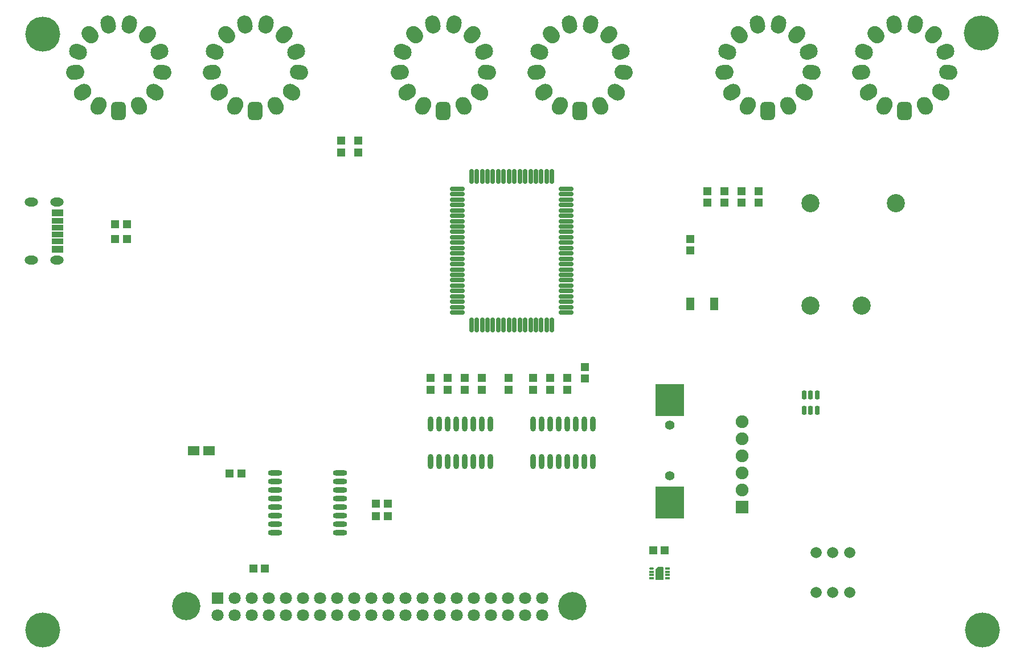
<source format=gts>
G04*
G04 #@! TF.GenerationSoftware,Altium Limited,Altium Designer,20.0.9 (164)*
G04*
G04 Layer_Color=8388736*
%FSLAX25Y25*%
%MOIN*%
G70*
G01*
G75*
%ADD34R,0.04737X0.05131*%
%ADD35R,0.05131X0.04737*%
%ADD36R,0.04540X0.07296*%
%ADD37C,0.01181*%
G04:AMPARAMS|DCode=38|XSize=13.78mil|YSize=25.59mil|CornerRadius=2.95mil|HoleSize=0mil|Usage=FLASHONLY|Rotation=90.000|XOffset=0mil|YOffset=0mil|HoleType=Round|Shape=RoundedRectangle|*
%AMROUNDEDRECTD38*
21,1,0.01378,0.01968,0,0,90.0*
21,1,0.00787,0.02559,0,0,90.0*
1,1,0.00591,0.00984,0.00394*
1,1,0.00591,0.00984,-0.00394*
1,1,0.00591,-0.00984,-0.00394*
1,1,0.00591,-0.00984,0.00394*
%
%ADD38ROUNDEDRECTD38*%
G04:AMPARAMS|DCode=39|XSize=13.78mil|YSize=25.59mil|CornerRadius=4.43mil|HoleSize=0mil|Usage=FLASHONLY|Rotation=90.000|XOffset=0mil|YOffset=0mil|HoleType=Round|Shape=RoundedRectangle|*
%AMROUNDEDRECTD39*
21,1,0.01378,0.01673,0,0,90.0*
21,1,0.00492,0.02559,0,0,90.0*
1,1,0.00886,0.00837,0.00246*
1,1,0.00886,0.00837,-0.00246*
1,1,0.00886,-0.00837,-0.00246*
1,1,0.00886,-0.00837,0.00246*
%
%ADD39ROUNDEDRECTD39*%
%ADD40R,0.16548X0.18517*%
%ADD41O,0.03200X0.08800*%
G04:AMPARAMS|DCode=42|XSize=51.7mil|YSize=29.65mil|CornerRadius=9.41mil|HoleSize=0mil|Usage=FLASHONLY|Rotation=270.000|XOffset=0mil|YOffset=0mil|HoleType=Round|Shape=RoundedRectangle|*
%AMROUNDEDRECTD42*
21,1,0.05170,0.01083,0,0,270.0*
21,1,0.03287,0.02965,0,0,270.0*
1,1,0.01883,-0.00541,-0.01644*
1,1,0.01883,-0.00541,0.01644*
1,1,0.01883,0.00541,0.01644*
1,1,0.01883,0.00541,-0.01644*
%
%ADD42ROUNDEDRECTD42*%
%ADD43R,0.06706X0.03950*%
%ADD44R,0.06706X0.03792*%
%ADD45R,0.06706X0.03556*%
%ADD46R,0.06800X0.05800*%
%ADD47O,0.08280X0.03162*%
%ADD48O,0.02965X0.08871*%
%ADD49O,0.08871X0.02965*%
%ADD50C,0.16548*%
%ADD51C,0.20485*%
G04:AMPARAMS|DCode=52|XSize=86.74mil|YSize=106.42mil|CornerRadius=0mil|HoleSize=0mil|Usage=FLASHONLY|Rotation=83.076|XOffset=0mil|YOffset=0mil|HoleType=Round|Shape=Round|*
%AMOVALD52*
21,1,0.01968,0.08674,0.00000,0.00000,173.1*
1,1,0.08674,0.00977,-0.00119*
1,1,0.08674,-0.00977,0.00119*
%
%ADD52OVALD52*%

G04:AMPARAMS|DCode=53|XSize=86.74mil|YSize=106.42mil|CornerRadius=0mil|HoleSize=0mil|Usage=FLASHONLY|Rotation=55.384|XOffset=0mil|YOffset=0mil|HoleType=Round|Shape=Round|*
%AMOVALD53*
21,1,0.01968,0.08674,0.00000,0.00000,145.4*
1,1,0.08674,0.00810,-0.00559*
1,1,0.08674,-0.00810,0.00559*
%
%ADD53OVALD53*%

G04:AMPARAMS|DCode=54|XSize=86.74mil|YSize=106.42mil|CornerRadius=0mil|HoleSize=0mil|Usage=FLASHONLY|Rotation=110.768|XOffset=0mil|YOffset=0mil|HoleType=Round|Shape=Round|*
%AMOVALD54*
21,1,0.01968,0.08674,0.00000,0.00000,200.8*
1,1,0.08674,0.00920,0.00349*
1,1,0.08674,-0.00920,-0.00349*
%
%ADD54OVALD54*%

G04:AMPARAMS|DCode=55|XSize=86.74mil|YSize=106.42mil|CornerRadius=0mil|HoleSize=0mil|Usage=FLASHONLY|Rotation=138.460|XOffset=0mil|YOffset=0mil|HoleType=Round|Shape=Round|*
%AMOVALD55*
21,1,0.01968,0.08674,0.00000,0.00000,228.5*
1,1,0.08674,0.00653,0.00737*
1,1,0.08674,-0.00653,-0.00737*
%
%ADD55OVALD55*%

G04:AMPARAMS|DCode=56|XSize=86.74mil|YSize=106.42mil|CornerRadius=0mil|HoleSize=0mil|Usage=FLASHONLY|Rotation=166.152|XOffset=0mil|YOffset=0mil|HoleType=Round|Shape=Round|*
%AMOVALD56*
21,1,0.01968,0.08674,0.00000,0.00000,256.2*
1,1,0.08674,0.00236,0.00956*
1,1,0.08674,-0.00236,-0.00956*
%
%ADD56OVALD56*%

G04:AMPARAMS|DCode=57|XSize=86.74mil|YSize=106.42mil|CornerRadius=0mil|HoleSize=0mil|Usage=FLASHONLY|Rotation=193.848|XOffset=0mil|YOffset=0mil|HoleType=Round|Shape=Round|*
%AMOVALD57*
21,1,0.01968,0.08674,0.00000,0.00000,283.8*
1,1,0.08674,-0.00236,0.00956*
1,1,0.08674,0.00236,-0.00956*
%
%ADD57OVALD57*%

G04:AMPARAMS|DCode=58|XSize=86.74mil|YSize=106.42mil|CornerRadius=0mil|HoleSize=0mil|Usage=FLASHONLY|Rotation=221.540|XOffset=0mil|YOffset=0mil|HoleType=Round|Shape=Round|*
%AMOVALD58*
21,1,0.01968,0.08674,0.00000,0.00000,311.5*
1,1,0.08674,-0.00653,0.00737*
1,1,0.08674,0.00653,-0.00737*
%
%ADD58OVALD58*%

G04:AMPARAMS|DCode=59|XSize=86.74mil|YSize=106.42mil|CornerRadius=0mil|HoleSize=0mil|Usage=FLASHONLY|Rotation=249.232|XOffset=0mil|YOffset=0mil|HoleType=Round|Shape=Round|*
%AMOVALD59*
21,1,0.01968,0.08674,0.00000,0.00000,339.2*
1,1,0.08674,-0.00920,0.00349*
1,1,0.08674,0.00920,-0.00349*
%
%ADD59OVALD59*%

G04:AMPARAMS|DCode=60|XSize=86.74mil|YSize=106.42mil|CornerRadius=0mil|HoleSize=0mil|Usage=FLASHONLY|Rotation=276.924|XOffset=0mil|YOffset=0mil|HoleType=Round|Shape=Round|*
%AMOVALD60*
21,1,0.01968,0.08674,0.00000,0.00000,6.9*
1,1,0.08674,-0.00977,-0.00119*
1,1,0.08674,0.00977,0.00119*
%
%ADD60OVALD60*%

G04:AMPARAMS|DCode=61|XSize=86.74mil|YSize=106.42mil|CornerRadius=0mil|HoleSize=0mil|Usage=FLASHONLY|Rotation=304.616|XOffset=0mil|YOffset=0mil|HoleType=Round|Shape=Round|*
%AMOVALD61*
21,1,0.01968,0.08674,0.00000,0.00000,34.6*
1,1,0.08674,-0.00810,-0.00559*
1,1,0.08674,0.00810,0.00559*
%
%ADD61OVALD61*%

G04:AMPARAMS|DCode=62|XSize=86.74mil|YSize=106.42mil|CornerRadius=0mil|HoleSize=0mil|Usage=FLASHONLY|Rotation=332.308|XOffset=0mil|YOffset=0mil|HoleType=Round|Shape=Round|*
%AMOVALD62*
21,1,0.01968,0.08674,0.00000,0.00000,62.3*
1,1,0.08674,-0.00457,-0.00872*
1,1,0.08674,0.00457,0.00872*
%
%ADD62OVALD62*%

G04:AMPARAMS|DCode=63|XSize=86.74mil|YSize=106.42mil|CornerRadius=0mil|HoleSize=0mil|Usage=FLASHONLY|Rotation=27.692|XOffset=0mil|YOffset=0mil|HoleType=Round|Shape=Round|*
%AMOVALD63*
21,1,0.01968,0.08674,0.00000,0.00000,117.7*
1,1,0.08674,0.00457,-0.00872*
1,1,0.08674,-0.00457,0.00872*
%
%ADD63OVALD63*%

G04:AMPARAMS|DCode=64|XSize=86.74mil|YSize=106.42mil|CornerRadius=23.68mil|HoleSize=0mil|Usage=FLASHONLY|Rotation=0.000|XOffset=0mil|YOffset=0mil|HoleType=Round|Shape=RoundedRectangle|*
%AMROUNDEDRECTD64*
21,1,0.08674,0.05906,0,0,0.0*
21,1,0.03937,0.10642,0,0,0.0*
1,1,0.04737,0.01968,-0.02953*
1,1,0.04737,-0.01968,-0.02953*
1,1,0.04737,-0.01968,0.02953*
1,1,0.04737,0.01968,0.02953*
%
%ADD64ROUNDEDRECTD64*%
%ADD65C,0.05524*%
%ADD66C,0.06540*%
%ADD67R,0.07099X0.07099*%
%ADD68C,0.07099*%
%ADD69C,0.10642*%
%ADD70O,0.07887X0.05131*%
%ADD71R,0.07493X0.07493*%
%ADD72C,0.07493*%
%ADD73C,0.03800*%
G36*
X88521Y-152756D02*
X88572Y-152766D01*
X88622Y-152783D01*
X88669Y-152806D01*
X88713Y-152836D01*
X88752Y-152870D01*
X88787Y-152910D01*
X88816Y-152953D01*
X88839Y-153000D01*
X88856Y-153050D01*
X88866Y-153101D01*
X88869Y-153154D01*
Y-159846D01*
X88866Y-159899D01*
X88856Y-159950D01*
X88839Y-160000D01*
X88816Y-160047D01*
X88787Y-160090D01*
X88752Y-160130D01*
X88713Y-160164D01*
X88669Y-160194D01*
X88622Y-160217D01*
X88572Y-160234D01*
X88521Y-160244D01*
X88468Y-160247D01*
X84531D01*
X84479Y-160244D01*
X84428Y-160234D01*
X84378Y-160217D01*
X84331Y-160194D01*
X84288Y-160164D01*
X84248Y-160130D01*
X84214Y-160090D01*
X84184Y-160047D01*
X84161Y-160000D01*
X84144Y-159950D01*
X84134Y-159899D01*
X84131Y-159846D01*
Y-154335D01*
X84134Y-154282D01*
X84144Y-154231D01*
X84161Y-154181D01*
X84184Y-154134D01*
X84214Y-154091D01*
X84248Y-154051D01*
X85429Y-152870D01*
X85469Y-152836D01*
X85512Y-152806D01*
X85559Y-152783D01*
X85609Y-152766D01*
X85660Y-152756D01*
X85713Y-152753D01*
X85713D01*
D01*
X88468D01*
X88521Y-152756D01*
D02*
G37*
D34*
X144500Y60654D02*
D03*
Y67347D02*
D03*
X134500Y60807D02*
D03*
Y67500D02*
D03*
X124500Y60807D02*
D03*
Y67500D02*
D03*
X114500Y60807D02*
D03*
Y67500D02*
D03*
X-89900Y96846D02*
D03*
Y90153D02*
D03*
X-99900Y96846D02*
D03*
Y90153D02*
D03*
X104500Y39500D02*
D03*
Y32807D02*
D03*
X-1900Y-48846D02*
D03*
Y-42153D02*
D03*
X42900Y-35654D02*
D03*
Y-42347D02*
D03*
X32600Y-48846D02*
D03*
Y-42153D02*
D03*
X22600Y-48846D02*
D03*
Y-42153D02*
D03*
X12600Y-48846D02*
D03*
Y-42153D02*
D03*
X-17400Y-48846D02*
D03*
Y-42153D02*
D03*
X-27400Y-48846D02*
D03*
Y-42153D02*
D03*
X-37400Y-48846D02*
D03*
Y-42153D02*
D03*
X-47400Y-48846D02*
D03*
Y-42153D02*
D03*
D35*
X-79347Y-123100D02*
D03*
X-72654D02*
D03*
X82807Y-143000D02*
D03*
X89500D02*
D03*
X-144500Y-153500D02*
D03*
X-151193D02*
D03*
X-232000Y39500D02*
D03*
X-225307D02*
D03*
X-232000Y48000D02*
D03*
X-225307D02*
D03*
X-79347Y-115600D02*
D03*
X-72654D02*
D03*
X-158307Y-98000D02*
D03*
X-165000D02*
D03*
D36*
X118390Y1500D02*
D03*
X104610D02*
D03*
D37*
X86500Y-156500D02*
D03*
D38*
X81874Y-155516D02*
D03*
Y-157484D02*
D03*
Y-159453D02*
D03*
X91126D02*
D03*
Y-157484D02*
D03*
Y-155516D02*
D03*
Y-153547D02*
D03*
D39*
X81874D02*
D03*
D40*
X92500Y-115100D02*
D03*
Y-55100D02*
D03*
D41*
X12500Y-69000D02*
D03*
X17500D02*
D03*
X22500D02*
D03*
X27500D02*
D03*
X32500D02*
D03*
X37500D02*
D03*
X42500D02*
D03*
X47500D02*
D03*
Y-91000D02*
D03*
X42500D02*
D03*
X37500D02*
D03*
X32500D02*
D03*
X27500D02*
D03*
X22500D02*
D03*
X17500D02*
D03*
X12500D02*
D03*
X-47500Y-69000D02*
D03*
X-42500D02*
D03*
X-37500D02*
D03*
X-32500D02*
D03*
X-27500D02*
D03*
X-22500D02*
D03*
X-17500D02*
D03*
X-12500D02*
D03*
Y-91000D02*
D03*
X-17500D02*
D03*
X-22500D02*
D03*
X-27500D02*
D03*
X-32500D02*
D03*
X-37500D02*
D03*
X-42500D02*
D03*
X-47500D02*
D03*
D42*
X178740Y-52130D02*
D03*
X175000D02*
D03*
X171260D02*
D03*
Y-60870D02*
D03*
X175000D02*
D03*
X178740D02*
D03*
D43*
X-265724Y33175D02*
D03*
Y54825D02*
D03*
D44*
Y38015D02*
D03*
Y49985D02*
D03*
D45*
Y42030D02*
D03*
Y45970D02*
D03*
D46*
X-177000Y-84500D02*
D03*
X-186000D02*
D03*
D47*
X-138594Y-132500D02*
D03*
Y-127500D02*
D03*
Y-122500D02*
D03*
Y-117500D02*
D03*
Y-112500D02*
D03*
Y-107500D02*
D03*
Y-102500D02*
D03*
Y-97500D02*
D03*
X-100406D02*
D03*
Y-102500D02*
D03*
Y-107500D02*
D03*
Y-112500D02*
D03*
Y-117500D02*
D03*
Y-122500D02*
D03*
Y-127500D02*
D03*
Y-132500D02*
D03*
D48*
X-23622Y76102D02*
D03*
X-20472D02*
D03*
X-17323D02*
D03*
X-14173D02*
D03*
X-11024D02*
D03*
X-7874D02*
D03*
X-4724D02*
D03*
X-1575D02*
D03*
X1575D02*
D03*
X4724D02*
D03*
X7874D02*
D03*
X11024D02*
D03*
X14173D02*
D03*
X17323D02*
D03*
X20472D02*
D03*
X23622D02*
D03*
Y-11102D02*
D03*
X20472D02*
D03*
X17323D02*
D03*
X14173D02*
D03*
X11024D02*
D03*
X7874D02*
D03*
X4724D02*
D03*
X1575D02*
D03*
X-1575D02*
D03*
X-4724D02*
D03*
X-7874D02*
D03*
X-11024D02*
D03*
X-14173D02*
D03*
X-17323D02*
D03*
X-20472D02*
D03*
X-23622D02*
D03*
D49*
X31791Y68721D02*
D03*
Y65571D02*
D03*
Y62421D02*
D03*
Y59272D02*
D03*
Y56122D02*
D03*
Y52972D02*
D03*
Y49823D02*
D03*
Y46673D02*
D03*
Y43524D02*
D03*
Y40374D02*
D03*
Y37224D02*
D03*
Y34075D02*
D03*
Y30925D02*
D03*
Y27776D02*
D03*
Y24626D02*
D03*
Y21476D02*
D03*
Y18327D02*
D03*
Y15177D02*
D03*
Y12028D02*
D03*
Y8878D02*
D03*
Y5728D02*
D03*
Y2579D02*
D03*
Y-571D02*
D03*
Y-3720D02*
D03*
X-31791D02*
D03*
Y-571D02*
D03*
Y2579D02*
D03*
Y5728D02*
D03*
Y8878D02*
D03*
Y12028D02*
D03*
Y15177D02*
D03*
Y18327D02*
D03*
Y21476D02*
D03*
Y24626D02*
D03*
Y27776D02*
D03*
Y30925D02*
D03*
Y34075D02*
D03*
Y37224D02*
D03*
Y40374D02*
D03*
Y43524D02*
D03*
Y46673D02*
D03*
Y49823D02*
D03*
Y52972D02*
D03*
Y56122D02*
D03*
Y59272D02*
D03*
Y62421D02*
D03*
Y65571D02*
D03*
Y68721D02*
D03*
D50*
X-190500Y-175500D02*
D03*
X35500D02*
D03*
D51*
X275000Y160000D02*
D03*
X275500Y-189500D02*
D03*
X-274500D02*
D03*
Y159500D02*
D03*
D52*
X255404Y136915D02*
D03*
X175404D02*
D03*
X65404D02*
D03*
X-14596D02*
D03*
X-124596D02*
D03*
X-204596D02*
D03*
D53*
X251060Y125463D02*
D03*
X171060D02*
D03*
X61061D02*
D03*
X-18939D02*
D03*
X-128940D02*
D03*
X-208940D02*
D03*
D54*
X253927Y149076D02*
D03*
X173927D02*
D03*
X63927D02*
D03*
X-16073D02*
D03*
X-126073D02*
D03*
X-206073D02*
D03*
D55*
X246969Y159155D02*
D03*
X166969D02*
D03*
X56969D02*
D03*
X-23031D02*
D03*
X-133031D02*
D03*
X-213031D02*
D03*
D56*
X236123Y164847D02*
D03*
X156123D02*
D03*
X46123D02*
D03*
X-33877D02*
D03*
X-143877D02*
D03*
X-223877D02*
D03*
D57*
X223875Y164847D02*
D03*
X143875D02*
D03*
X33875D02*
D03*
X-46125D02*
D03*
X-156125D02*
D03*
X-236125D02*
D03*
D58*
X213030Y159154D02*
D03*
X133030D02*
D03*
X23030D02*
D03*
X-56970D02*
D03*
X-166970D02*
D03*
X-246970D02*
D03*
D59*
X206072Y149074D02*
D03*
X126072D02*
D03*
X16072D02*
D03*
X-63928D02*
D03*
X-173928D02*
D03*
X-253928D02*
D03*
D60*
X204596Y136915D02*
D03*
X124596D02*
D03*
X14596D02*
D03*
X-65404D02*
D03*
X-175404D02*
D03*
X-255404D02*
D03*
D61*
X208940Y125463D02*
D03*
X128940D02*
D03*
X18939D02*
D03*
X-61061D02*
D03*
X-171060D02*
D03*
X-251060D02*
D03*
D62*
X218108Y117341D02*
D03*
X138108D02*
D03*
X28108D02*
D03*
X-51892D02*
D03*
X-161892D02*
D03*
X-241892D02*
D03*
D63*
X241892D02*
D03*
X161892D02*
D03*
X51892D02*
D03*
X-28108D02*
D03*
X-138108D02*
D03*
X-218108D02*
D03*
D64*
X230000Y114409D02*
D03*
X150000D02*
D03*
X40000D02*
D03*
X-40000D02*
D03*
X-150000D02*
D03*
X-230000D02*
D03*
D65*
X92500Y-69700D02*
D03*
Y-99200D02*
D03*
D66*
X178157Y-167811D02*
D03*
X188000D02*
D03*
X197843D02*
D03*
X178157Y-144189D02*
D03*
X188000D02*
D03*
X197843D02*
D03*
D67*
X-172000Y-171000D02*
D03*
D68*
Y-181000D02*
D03*
X-162000Y-171000D02*
D03*
Y-181000D02*
D03*
X-152000Y-171000D02*
D03*
Y-181000D02*
D03*
X-142000Y-171000D02*
D03*
Y-181000D02*
D03*
X-132000Y-171000D02*
D03*
Y-181000D02*
D03*
X-122000Y-171000D02*
D03*
Y-181000D02*
D03*
X-112000Y-171000D02*
D03*
Y-181000D02*
D03*
X-102000Y-171000D02*
D03*
Y-181000D02*
D03*
X-92000Y-171000D02*
D03*
Y-181000D02*
D03*
X-82000Y-171000D02*
D03*
Y-181000D02*
D03*
X-72000Y-171000D02*
D03*
Y-181000D02*
D03*
X-62000Y-171000D02*
D03*
Y-181000D02*
D03*
X-52000Y-171000D02*
D03*
Y-181000D02*
D03*
X-42000Y-171000D02*
D03*
Y-181000D02*
D03*
X-32000Y-171000D02*
D03*
Y-181000D02*
D03*
X-22000Y-171000D02*
D03*
Y-181000D02*
D03*
X-12000Y-171000D02*
D03*
Y-181000D02*
D03*
X-2000Y-171000D02*
D03*
Y-181000D02*
D03*
X8000Y-171000D02*
D03*
Y-181000D02*
D03*
X18000Y-171000D02*
D03*
Y-181000D02*
D03*
D69*
X175000Y500D02*
D03*
X205000D02*
D03*
X175000Y60500D02*
D03*
X225000D02*
D03*
D70*
X-266315Y26992D02*
D03*
Y61008D02*
D03*
X-281275Y26992D02*
D03*
Y61008D02*
D03*
D71*
X135000Y-117500D02*
D03*
D72*
Y-107500D02*
D03*
Y-97500D02*
D03*
Y-87500D02*
D03*
Y-77500D02*
D03*
Y-67500D02*
D03*
D73*
X86500Y-156500D02*
D03*
M02*

</source>
